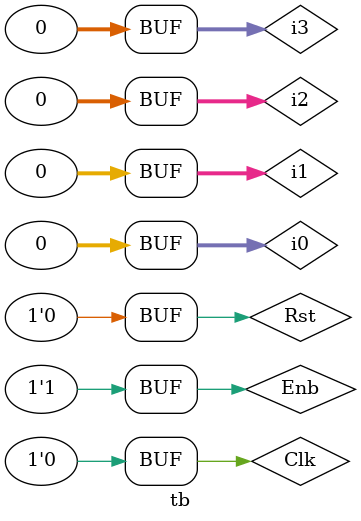
<source format=v>
`timescale 1 ns / 1 ps
module tb;
    reg Clk = 0;
    reg Enb = 0;
    reg Rst = 0;
    wire [15:0] Dout;

    integer i0 = 0, i1 = 0, i2 = 0, i3 = 0;

    GSR GSR_INST (.GSR(1'b1));
    PUR PUR_INST (.PUR(1'b1));

    LFSR1 u1 (.Clk(Clk), .Enb(Enb), .Rst(Rst), .Dout(Dout)
    );

    initial
    begin
       Enb <= 1'b1;
    end
endmodule
</source>
